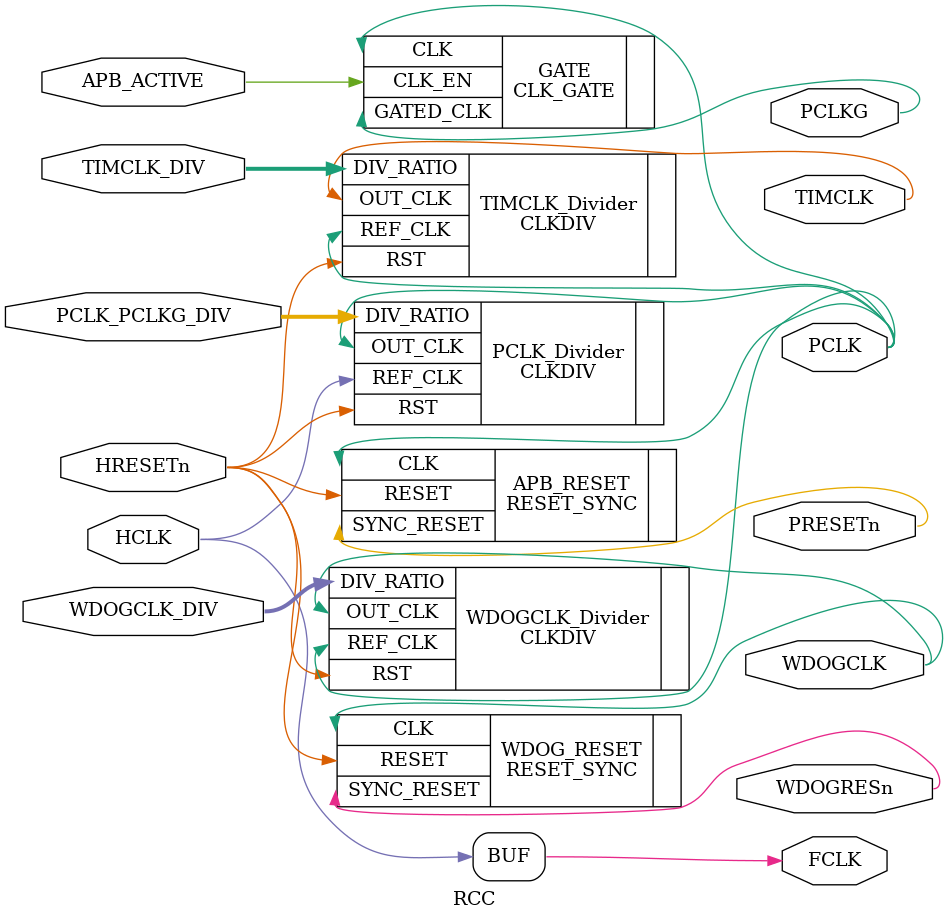
<source format=v>
module RCC #(parameter scale1 = 8 ,scale2 = 8 ,scale3 = 8 ,RESET_WDOG = 2 ,RESET_APB = 2)(

input    HCLK , HRESETn,APB_ACTIVE ,
input   [scale1 - 1 : 0 ]      PCLK_PCLKG_DIV ,
input   [scale2 - 1 : 0 ]      TIMCLK_DIV ,
input   [scale3 - 1 : 0 ]      WDOGCLK_DIV ,

output PCLK,PCLKG,PRESETn,TIMCLK,WDOGCLK,WDOGRESn,FCLK
);	


assign  FCLK=HCLK; // Free running Clock is same as HCLK in this design.

CLK_GATE GATE(
  .CLK_EN(APB_ACTIVE),
  .CLK(PCLK),
  .GATED_CLK(PCLKG)
);

//assign PCLKG = APB_ACTIVE * PCLK;

CLKDIV #(.width(scale1)) PCLK_Divider (

  .REF_CLK(HCLK) ,
  .RST(HRESETn) ,
  .DIV_RATIO(PCLK_PCLKG_DIV) ,
  .OUT_CLK(PCLK));


CLKDIV #(.width(scale3)) WDOGCLK_Divider (

  .REF_CLK(PCLK) ,
  .RST(HRESETn) ,
  .DIV_RATIO(WDOGCLK_DIV) ,
  .OUT_CLK(WDOGCLK));


CLKDIV #(.width(scale2)) TIMCLK_Divider (

  .REF_CLK(PCLK) ,
  .RST(HRESETn) ,
  .DIV_RATIO(TIMCLK_DIV) ,
  .OUT_CLK(TIMCLK));



RESET_SYNC #(.NUM_STAGES(RESET_WDOG)) WDOG_RESET (
.RESET(HRESETn),
.CLK  (WDOGCLK),
.SYNC_RESET (WDOGRESn));


RESET_SYNC #(.NUM_STAGES(RESET_APB)) APB_RESET (
.RESET(HRESETn),
.CLK  (PCLK),
.SYNC_RESET (PRESETn));


endmodule

 



</source>
